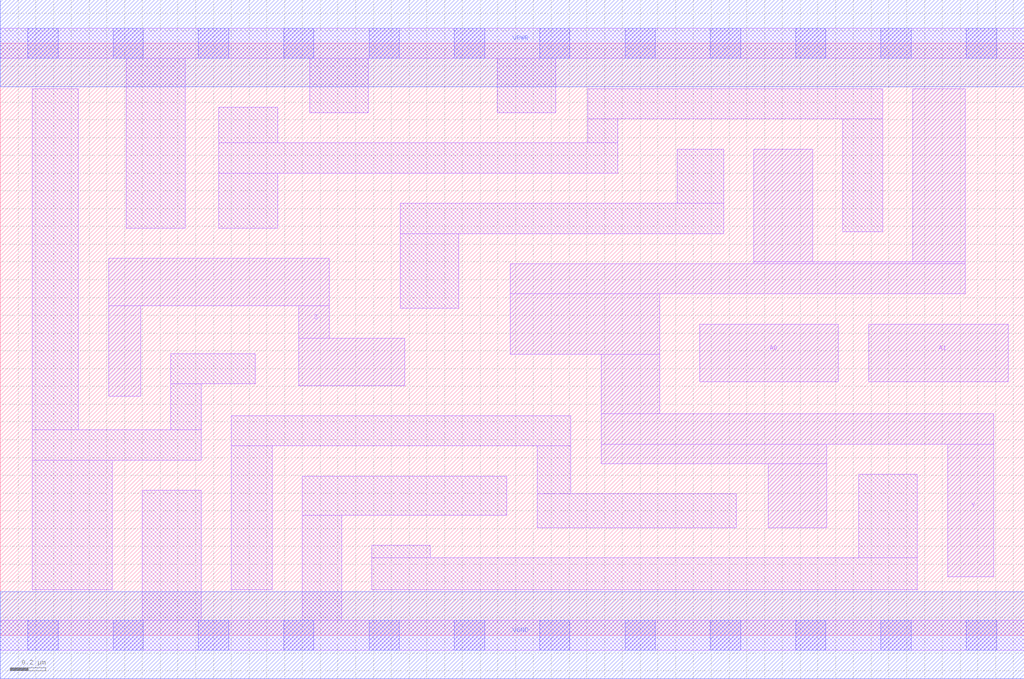
<source format=lef>
# Copyright 2020 The SkyWater PDK Authors
#
# Licensed under the Apache License, Version 2.0 (the "License");
# you may not use this file except in compliance with the License.
# You may obtain a copy of the License at
#
#     https://www.apache.org/licenses/LICENSE-2.0
#
# Unless required by applicable law or agreed to in writing, software
# distributed under the License is distributed on an "AS IS" BASIS,
# WITHOUT WARRANTIES OR CONDITIONS OF ANY KIND, either express or implied.
# See the License for the specific language governing permissions and
# limitations under the License.
#
# SPDX-License-Identifier: Apache-2.0

VERSION 5.7 ;
  NOWIREEXTENSIONATPIN ON ;
  DIVIDERCHAR "/" ;
  BUSBITCHARS "[]" ;
UNITS
  DATABASE MICRONS 200 ;
END UNITS
MACRO sky130_fd_sc_lp__mux2i_2
  CLASS CORE ;
  FOREIGN sky130_fd_sc_lp__mux2i_2 ;
  ORIGIN  0.000000  0.000000 ;
  SIZE  5.760000 BY  3.330000 ;
  SYMMETRY X Y R90 ;
  SITE unit ;
  PIN A0
    ANTENNAGATEAREA  0.630000 ;
    DIRECTION INPUT ;
    USE SIGNAL ;
    PORT
      LAYER li1 ;
        RECT 3.935000 1.425000 4.715000 1.750000 ;
    END
  END A0
  PIN A1
    ANTENNAGATEAREA  0.630000 ;
    DIRECTION INPUT ;
    USE SIGNAL ;
    PORT
      LAYER li1 ;
        RECT 4.885000 1.425000 5.670000 1.750000 ;
    END
  END A1
  PIN S
    ANTENNAGATEAREA  0.945000 ;
    DIRECTION INPUT ;
    USE SIGNAL ;
    PORT
      LAYER li1 ;
        RECT 0.610000 1.345000 0.790000 1.855000 ;
        RECT 0.610000 1.855000 1.850000 2.120000 ;
        RECT 1.680000 1.405000 2.275000 1.670000 ;
        RECT 1.680000 1.670000 1.850000 1.855000 ;
    END
  END S
  PIN Y
    ANTENNADIFFAREA  1.785000 ;
    DIRECTION OUTPUT ;
    USE SIGNAL ;
    PORT
      LAYER li1 ;
        RECT 2.870000 1.580000 3.710000 1.920000 ;
        RECT 2.870000 1.920000 5.430000 2.090000 ;
        RECT 3.380000 0.965000 4.650000 1.075000 ;
        RECT 3.380000 1.075000 5.590000 1.245000 ;
        RECT 3.380000 1.245000 3.710000 1.580000 ;
        RECT 4.240000 2.090000 5.430000 2.100000 ;
        RECT 4.240000 2.100000 4.570000 2.735000 ;
        RECT 4.320000 0.605000 4.650000 0.965000 ;
        RECT 5.135000 2.100000 5.430000 3.075000 ;
        RECT 5.330000 0.330000 5.590000 1.075000 ;
    END
  END Y
  PIN VGND
    DIRECTION INOUT ;
    USE GROUND ;
    PORT
      LAYER met1 ;
        RECT 0.000000 -0.245000 5.760000 0.245000 ;
    END
  END VGND
  PIN VPWR
    DIRECTION INOUT ;
    USE POWER ;
    PORT
      LAYER met1 ;
        RECT 0.000000 3.085000 5.760000 3.575000 ;
    END
  END VPWR
  OBS
    LAYER li1 ;
      RECT 0.000000 -0.085000 5.760000 0.085000 ;
      RECT 0.000000  3.245000 5.760000 3.415000 ;
      RECT 0.180000  0.255000 0.630000 0.985000 ;
      RECT 0.180000  0.985000 1.130000 1.155000 ;
      RECT 0.180000  1.155000 0.440000 3.075000 ;
      RECT 0.710000  2.290000 1.040000 3.245000 ;
      RECT 0.800000  0.085000 1.130000 0.815000 ;
      RECT 0.960000  1.155000 1.130000 1.415000 ;
      RECT 0.960000  1.415000 1.435000 1.585000 ;
      RECT 1.230000  2.290000 1.560000 2.600000 ;
      RECT 1.230000  2.600000 3.475000 2.770000 ;
      RECT 1.230000  2.770000 1.560000 2.970000 ;
      RECT 1.300000  0.255000 1.530000 1.065000 ;
      RECT 1.300000  1.065000 3.210000 1.235000 ;
      RECT 1.700000  0.085000 1.920000 0.675000 ;
      RECT 1.700000  0.675000 2.850000 0.895000 ;
      RECT 1.740000  2.940000 2.070000 3.245000 ;
      RECT 2.090000  0.255000 5.160000 0.435000 ;
      RECT 2.090000  0.435000 2.420000 0.505000 ;
      RECT 2.250000  1.840000 2.580000 2.260000 ;
      RECT 2.250000  2.260000 4.070000 2.430000 ;
      RECT 2.795000  2.940000 3.125000 3.245000 ;
      RECT 3.020000  0.605000 4.140000 0.795000 ;
      RECT 3.020000  0.795000 3.210000 1.065000 ;
      RECT 3.305000  2.770000 3.475000 2.905000 ;
      RECT 3.305000  2.905000 4.965000 3.075000 ;
      RECT 3.810000  2.430000 4.070000 2.735000 ;
      RECT 4.740000  2.270000 4.965000 2.905000 ;
      RECT 4.830000  0.435000 5.160000 0.905000 ;
    LAYER mcon ;
      RECT 0.155000 -0.085000 0.325000 0.085000 ;
      RECT 0.155000  3.245000 0.325000 3.415000 ;
      RECT 0.635000 -0.085000 0.805000 0.085000 ;
      RECT 0.635000  3.245000 0.805000 3.415000 ;
      RECT 1.115000 -0.085000 1.285000 0.085000 ;
      RECT 1.115000  3.245000 1.285000 3.415000 ;
      RECT 1.595000 -0.085000 1.765000 0.085000 ;
      RECT 1.595000  3.245000 1.765000 3.415000 ;
      RECT 2.075000 -0.085000 2.245000 0.085000 ;
      RECT 2.075000  3.245000 2.245000 3.415000 ;
      RECT 2.555000 -0.085000 2.725000 0.085000 ;
      RECT 2.555000  3.245000 2.725000 3.415000 ;
      RECT 3.035000 -0.085000 3.205000 0.085000 ;
      RECT 3.035000  3.245000 3.205000 3.415000 ;
      RECT 3.515000 -0.085000 3.685000 0.085000 ;
      RECT 3.515000  3.245000 3.685000 3.415000 ;
      RECT 3.995000 -0.085000 4.165000 0.085000 ;
      RECT 3.995000  3.245000 4.165000 3.415000 ;
      RECT 4.475000 -0.085000 4.645000 0.085000 ;
      RECT 4.475000  3.245000 4.645000 3.415000 ;
      RECT 4.955000 -0.085000 5.125000 0.085000 ;
      RECT 4.955000  3.245000 5.125000 3.415000 ;
      RECT 5.435000 -0.085000 5.605000 0.085000 ;
      RECT 5.435000  3.245000 5.605000 3.415000 ;
  END
END sky130_fd_sc_lp__mux2i_2
END LIBRARY

</source>
